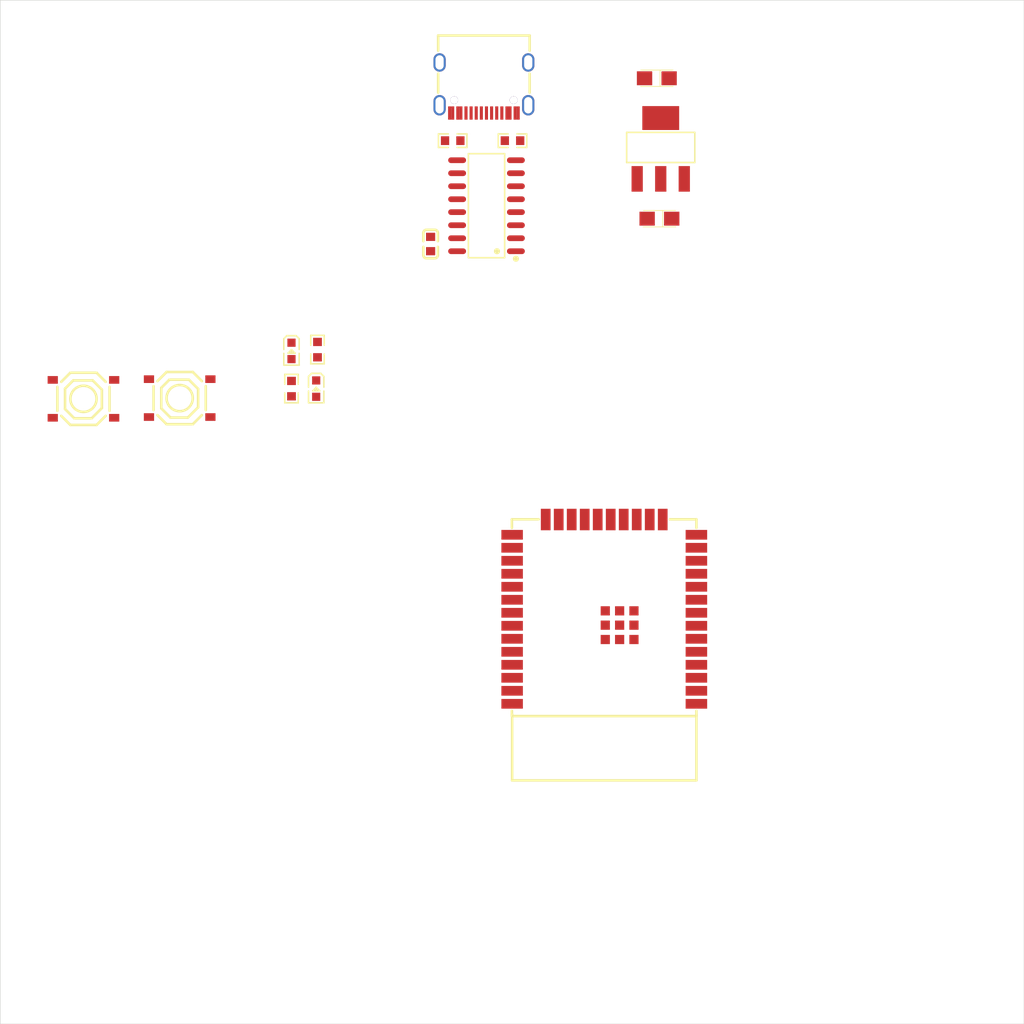
<source format=kicad_pcb>
(kicad_pcb (version 20240108) (generator "pcbnew") (generator_version "8.0")
  (layers (0 "F.Cu" signal) (31 "B.Cu" signal) (34 "B.Paste" user) (35 "F.Paste" user) (36 "B.SilkS" user "B.Silkscreen") (37 "F.SilkS" user "F.Silkscreen") (38 "B.Mask" user) (39 "F.Mask" user) (44 "Edge.Cuts" user))
  (net 0 "")
  (net 1 "/3V3")
  (net 2 "GND")
  (net 3 "/5V")
  (net 4 "Net-(LED1-K)")
  (net 5 "/ESP_LED")
  (net 6 "Net-(LED2-K)")
  (net 7 "Net-(USBC1-CC2)")
  (net 8 "Net-(USBC1-CC1)")
  (net 9 "/ESP_TXD")
  (net 10 "/USB_P")
  (net 11 "/ESP_RXD")
  (net 20 "/USB_N")
  (net 46 "/ESP_EN")
  (net 48 "/ESP_PROG")
  (footprint "easyeda2kicad:SOT-223-3_L6.5-W3.4-P2.30-LS7.0-BR" (layer "F.Cu") (at 146.304 63.119 -90)
    (property "Reference" "U2" (hide yes))
    (property "Value" "AMS1117-3.3" (hide yes))
    (fp_line (start -1.57 3.33) (end -1.57 -3.33) (stroke (width 0.15)) (layer "F.SilkS"))
    (fp_line (start 1.37 3.33) (end -1.57 3.33) (stroke (width 0.15)) (layer "F.SilkS"))
    (fp_line (start -1.57 -3.33) (end 1.37 -3.33) (stroke (width 0.15)) (layer "F.SilkS"))
    (fp_line (start 1.37 -3.33) (end 1.37 3.33) (stroke (width 0.15)) (layer "F.SilkS"))
    (pad "1" smd rect (at 2.97 2.3 270) (size 2.5 1.1) (layers "F.Cu" "F.Paste" "F.Mask") (net 2 "GND"))
    (pad "2" smd rect (at 2.97 0 270) (size 2.5 1.1) (layers "F.Cu" "F.Paste" "F.Mask") (net 1 "/3V3"))
    (pad "3" smd rect (at 2.97 -2.3 270) (size 2.5 1.1) (layers "F.Cu" "F.Paste" "F.Mask") (net 3 "/5V"))
    (pad "4" smd rect (at -2.97 0 270) (size 2.34 3.6) (layers "F.Cu" "F.Paste" "F.Mask") (net 1 "/3V3"))
  )
  (footprint "easyeda2kicad:USB-C_SMD-TYPE-C-31-M-12" (layer "F.Cu") (at 129.032 57.1865 180)
    (property "Reference" "USBC1" (hide yes))
    (property "Value" "TYPE-C-31-M-12" (hide yes))
    (fp_line (start 4.47 5.1) (end 4.47 3.62) (stroke (width 0.25)) (layer "F.SilkS"))
    (fp_line (start 4.47 5.1) (end -4.47 5.1) (stroke (width 0.25)) (layer "F.SilkS"))
    (fp_line (start 4.47 1.38) (end 4.47 -0.48) (stroke (width 0.25)) (layer "F.SilkS"))
    (fp_line (start -4.47 5.1) (end -4.47 3.62) (stroke (width 0.25)) (layer "F.SilkS"))
    (fp_line (start -4.47 1.38) (end -4.47 -0.48) (stroke (width 0.25)) (layer "F.SilkS"))
    (pad "" thru_hole circle (at -2.9 -1.21 180) (size 0.75 0.75) (drill 0.75) (layers "*.Cu" "*.Mask"))
    (pad "" thru_hole circle (at 2.9 -1.21 180) (size 0.75 0.75) (drill 0.75) (layers "*.Cu" "*.Mask"))
    (pad "0" thru_hole oval (at -4.33 -1.71 180) (size 1.2 2) (drill oval 0.799998 1.600022) (layers "*.Cu" "*.Mask") (net 2 "GND"))
    (pad "1" thru_hole oval (at 4.33 -1.71 180) (size 1.2 2) (drill oval 0.799998 1.599971) (layers "*.Cu" "*.Mask"))
    (pad "2" thru_hole oval (at 4.33 2.47 180) (size 1.2 1.8) (drill oval 0.799998 1.399997) (layers "*.Cu" "*.Mask"))
    (pad "3" thru_hole oval (at -4.33 2.47 180) (size 1.2 1.8) (drill oval 0.799998 1.399997) (layers "*.Cu" "*.Mask"))
    (pad "A1" smd rect (at -3.35 -2.47 180) (size 0.3 1.3) (layers "F.Cu" "F.Paste" "F.Mask") (net 2 "GND"))
    (pad "A4" smd rect (at -2.55 -2.47 180) (size 0.3 1.3) (layers "F.Cu" "F.Paste" "F.Mask") (net 3 "/5V"))
    (pad "A5" smd rect (at -1.25 -2.47 180) (size 0.3 1.3) (layers "F.Cu" "F.Paste" "F.Mask") (net 8 "Net-(USBC1-CC1)"))
    (pad "A6" smd rect (at -0.25 -2.47 180) (size 0.3 1.3) (layers "F.Cu" "F.Paste" "F.Mask") (net 10 "/USB_P"))
    (pad "A7" smd rect (at 0.25 -2.47 180) (size 0.3 1.3) (layers "F.Cu" "F.Paste" "F.Mask") (net 20 "/USB_N"))
    (pad "A8" smd rect (at 1.25 -2.47 180) (size 0.3 1.3) (layers "F.Cu" "F.Paste" "F.Mask"))
    (pad "A9" smd rect (at 2.55 -2.47 180) (size 0.3 1.3) (layers "F.Cu" "F.Paste" "F.Mask") (net 3 "/5V"))
    (pad "A12" smd rect (at 3.35 -2.47 180) (size 0.3 1.3) (layers "F.Cu" "F.Paste" "F.Mask") (net 2 "GND"))
    (pad "B1" smd rect (at 3.05 -2.47 180) (size 0.3 1.3) (layers "F.Cu" "F.Paste" "F.Mask") (net 2 "GND"))
    (pad "B4" smd rect (at 2.25 -2.47 180) (size 0.3 1.3) (layers "F.Cu" "F.Paste" "F.Mask") (net 3 "/5V"))
    (pad "B5" smd rect (at 1.75 -2.47 180) (size 0.3 1.3) (layers "F.Cu" "F.Paste" "F.Mask") (net 7 "Net-(USBC1-CC2)"))
    (pad "B6" smd rect (at 0.75 -2.47 180) (size 0.3 1.3) (layers "F.Cu" "F.Paste" "F.Mask") (net 10 "/USB_P"))
    (pad "B7" smd rect (at -0.75 -2.47 180) (size 0.3 1.3) (layers "F.Cu" "F.Paste" "F.Mask") (net 20 "/USB_N"))
    (pad "B8" smd rect (at -1.75 -2.47 180) (size 0.3 1.3) (layers "F.Cu" "F.Paste" "F.Mask"))
    (pad "B9" smd rect (at -2.25 -2.47 180) (size 0.3 1.3) (layers "F.Cu" "F.Paste" "F.Mask") (net 3 "/5V"))
    (pad "B12" smd rect (at -3.05 -2.47 180) (size 0.3 1.3) (layers "F.Cu" "F.Paste" "F.Mask") (net 2 "GND"))
  )
  (footprint "easyeda2kicad:C0603" (layer "F.Cu") (at 123.825 72.452 -90)
    (property "Reference" "C1" (hide yes))
    (property "Value" "0.1u" (hide yes))
    (fp_line (start -0.28 0.71) (end -1.08 0.71) (stroke (width 0.25)) (layer "F.SilkS"))
    (fp_line (start 0.28 0.71) (end 1.08 0.71) (stroke (width 0.25)) (layer "F.SilkS"))
    (fp_line (start -1.39 0.4) (end -1.39 -0.4) (stroke (width 0.25)) (layer "F.SilkS"))
    (fp_line (start 1.39 -0.4) (end 1.39 0.4) (stroke (width 0.25)) (layer "F.SilkS"))
    (fp_line (start -0.28 -0.71) (end -1.08 -0.71) (stroke (width 0.25)) (layer "F.SilkS"))
    (fp_line (start 0.28 -0.71) (end 1.08 -0.71) (stroke (width 0.25)) (layer "F.SilkS"))
    (fp_arc (start -1.08 0.71) (mid -1.299203 0.619203) (end -1.39 0.4) (stroke (width 0.25)) (layer "F.SilkS"))
    (fp_arc (start 1.39 0.4) (mid 1.299203 0.619203) (end 1.08 0.71) (stroke (width 0.25)) (layer "F.SilkS"))
    (fp_arc (start -1.39 -0.4) (mid -1.299203 -0.619203) (end -1.08 -0.71) (stroke (width 0.25)) (layer "F.SilkS"))
    (fp_arc (start 1.08 -0.71) (mid 1.299203 -0.619203) (end 1.39 -0.4) (stroke (width 0.25)) (layer "F.SilkS"))
    (pad "1" smd rect (at -0.7 0 270) (size 0.8 0.9) (layers "F.Cu" "F.Paste" "F.Mask") (net 2 "GND"))
    (pad "2" smd rect (at 0.7 0 270) (size 0.8 0.9) (layers "F.Cu" "F.Paste" "F.Mask") (net 1 "/3V3"))
  )
  (footprint "easyeda2kicad:WIFI-SMD_ESP32-WROOM-32E" (layer "F.Cu") (at 140.788 108.3635 90)
    (property "Reference" "U3" (hide yes))
    (property "Value" "ESP32-WROOM-32E(8MB)" (hide yes))
    (fp_line (start 9.02 -9.02) (end 8.18 -9.02) (stroke (width 0.25)) (layer "F.SilkS"))
    (fp_line (start -9.69 -9.02) (end -10.2 -9.02) (stroke (width 0.25)) (layer "F.SilkS"))
    (fp_line (start -10.2 -9) (end -10.2 9) (stroke (width 0.25)) (layer "F.SilkS"))
    (fp_line (start -16.48 -9) (end -10.02 -9) (stroke (width 0.25)) (layer "F.SilkS"))
    (fp_line (start -16.48 -9) (end -16.48 9) (stroke (width 0.25)) (layer "F.SilkS"))
    (fp_line (start 9.02 -6.4) (end 9.02 -9.02) (stroke (width 0.25)) (layer "F.SilkS"))
    (fp_line (start 9.02 9) (end 9.02 6.4) (stroke (width 0.25)) (layer "F.SilkS"))
    (fp_line (start 8.18 9) (end 9.02 9) (stroke (width 0.25)) (layer "F.SilkS"))
    (fp_line (start -10.2 9) (end -9.69 9) (stroke (width 0.25)) (layer "F.SilkS"))
    (fp_line (start -16.48 9) (end -10.03 9) (stroke (width 0.25)) (layer "F.SilkS"))
    (pad "1" smd rect (at -9 9 90) (size 0.95 2.1) (layers "F.Cu" "F.Paste" "F.Mask") (net 2 "GND"))
    (pad "2" smd rect (at -7.73 9 90) (size 0.95 2.1) (layers "F.Cu" "F.Paste" "F.Mask") (net 1 "/3V3"))
    (pad "3" smd rect (at -6.46 9 90) (size 0.95 2.1) (layers "F.Cu" "F.Paste" "F.Mask") (net 46 "/ESP_EN"))
    (pad "4" smd rect (at -5.19 9 90) (size 0.95 2.1) (layers "F.Cu" "F.Paste" "F.Mask"))
    (pad "5" smd rect (at -3.92 9 90) (size 0.95 2.1) (layers "F.Cu" "F.Paste" "F.Mask"))
    (pad "6" smd rect (at -2.65 9 90) (size 0.95 2.1) (layers "F.Cu" "F.Paste" "F.Mask"))
    (pad "7" smd rect (at -1.38 9 90) (size 0.95 2.1) (layers "F.Cu" "F.Paste" "F.Mask"))
    (pad "8" smd rect (at -0.11 9 90) (size 0.95 2.1) (layers "F.Cu" "F.Paste" "F.Mask"))
    (pad "9" smd rect (at 1.16 9 90) (size 0.95 2.1) (layers "F.Cu" "F.Paste" "F.Mask"))
    (pad "10" smd rect (at 2.43 9 90) (size 0.95 2.1) (layers "F.Cu" "F.Paste" "F.Mask"))
    (pad "11" smd rect (at 3.7 9 90) (size 0.95 2.1) (layers "F.Cu" "F.Paste" "F.Mask"))
    (pad "12" smd rect (at 4.97 9 90) (size 0.95 2.1) (layers "F.Cu" "F.Paste" "F.Mask"))
    (pad "13" smd rect (at 6.24 9 90) (size 0.95 2.1) (layers "F.Cu" "F.Paste" "F.Mask"))
    (pad "14" smd rect (at 7.51 9 90) (size 0.95 2.1) (layers "F.Cu" "F.Paste" "F.Mask"))
    (pad "15" smd rect (at 9 5.71 90) (size 2.1 0.95) (layers "F.Cu" "F.Paste" "F.Mask") (net 2 "GND"))
    (pad "16" smd rect (at 9 4.44 90) (size 2.1 0.95) (layers "F.Cu" "F.Paste" "F.Mask"))
    (pad "17" smd rect (at 9 3.17 90) (size 2.1 0.95) (layers "F.Cu" "F.Paste" "F.Mask"))
    (pad "18" smd rect (at 9 1.9 90) (size 2.1 0.95) (layers "F.Cu" "F.Paste" "F.Mask"))
    (pad "19" smd rect (at 9 0.63 90) (size 2.1 0.95) (layers "F.Cu" "F.Paste" "F.Mask"))
    (pad "20" smd rect (at 9 -0.64 90) (size 2.1 0.95) (layers "F.Cu" "F.Paste" "F.Mask"))
    (pad "21" smd rect (at 9 -1.91 90) (size 2.1 0.95) (layers "F.Cu" "F.Paste" "F.Mask"))
    (pad "22" smd rect (at 9 -3.18 90) (size 2.1 0.95) (layers "F.Cu" "F.Paste" "F.Mask"))
    (pad "23" smd rect (at 9 -4.45 90) (size 2.1 0.95) (layers "F.Cu" "F.Paste" "F.Mask"))
    (pad "24" smd rect (at 9 -5.72 90) (size 2.1 0.95) (layers "F.Cu" "F.Paste" "F.Mask") (net 5 "/ESP_LED"))
    (pad "25" smd rect (at 7.51 -9 90) (size 0.95 2.1) (layers "F.Cu" "F.Paste" "F.Mask") (net 48 "/ESP_PROG"))
    (pad "26" smd rect (at 6.24 -9 90) (size 0.95 2.1) (layers "F.Cu" "F.Paste" "F.Mask"))
    (pad "27" smd rect (at 4.97 -9 90) (size 0.95 2.1) (layers "F.Cu" "F.Paste" "F.Mask"))
    (pad "28" smd rect (at 3.7 -9 90) (size 0.95 2.1) (layers "F.Cu" "F.Paste" "F.Mask"))
    (pad "29" smd rect (at 2.43 -9 90) (size 0.95 2.1) (layers "F.Cu" "F.Paste" "F.Mask"))
    (pad "30" smd rect (at 1.16 -9 90) (size 0.95 2.1) (layers "F.Cu" "F.Paste" "F.Mask"))
    (pad "31" smd rect (at -0.11 -9 90) (size 0.95 2.1) (layers "F.Cu" "F.Paste" "F.Mask"))
    (pad "32" smd rect (at -1.38 -9 90) (size 0.95 2.1) (layers "F.Cu" "F.Paste" "F.Mask"))
    (pad "33" smd rect (at -2.65 -9 90) (size 0.95 2.1) (layers "F.Cu" "F.Paste" "F.Mask"))
    (pad "34" smd rect (at -3.92 -9 90) (size 0.95 2.1) (layers "F.Cu" "F.Paste" "F.Mask") (net 11 "/ESP_RXD"))
    (pad "35" smd rect (at -5.19 -9 90) (size 0.95 2.1) (layers "F.Cu" "F.Paste" "F.Mask") (net 9 "/ESP_TXD"))
    (pad "36" smd rect (at -6.46 -9 90) (size 0.95 2.1) (layers "F.Cu" "F.Paste" "F.Mask"))
    (pad "37" smd rect (at -7.73 -9 90) (size 0.95 2.1) (layers "F.Cu" "F.Paste" "F.Mask"))
    (pad "38" smd rect (at -9 -9 90) (size 0.95 2.1) (layers "F.Cu" "F.Paste" "F.Mask") (net 2 "GND"))
    (pad "39" smd rect (at -2.72 0.1 270) (size 0.9 0.9) (layers "F.Cu" "F.Paste" "F.Mask") (net 2 "GND"))
    (pad "39" smd rect (at -2.72 1.5 270) (size 0.9 0.9) (layers "F.Cu" "F.Paste" "F.Mask") (net 2 "GND"))
    (pad "39" smd rect (at -2.72 2.9 270) (size 0.9 0.9) (layers "F.Cu" "F.Paste" "F.Mask") (net 2 "GND"))
    (pad "39" smd rect (at -1.32 0.1 270) (size 0.9 0.9) (layers "F.Cu" "F.Paste" "F.Mask") (net 2 "GND"))
    (pad "39" smd rect (at -1.32 1.5 270) (size 0.9 0.9) (layers "F.Cu" "F.Paste" "F.Mask") (net 2 "GND"))
    (pad "39" smd rect (at -1.32 2.9 270) (size 0.9 0.9) (layers "F.Cu" "F.Paste" "F.Mask") (net 2 "GND"))
    (pad "39" smd rect (at 0.08 0.1 270) (size 0.9 0.9) (layers "F.Cu" "F.Paste" "F.Mask") (net 2 "GND"))
    (pad "39" smd rect (at 0.08 1.5 270) (size 0.9 0.9) (layers "F.Cu" "F.Paste" "F.Mask") (net 2 "GND"))
    (pad "39" smd rect (at 0.08 2.9 270) (size 0.9 0.9) (layers "F.Cu" "F.Paste" "F.Mask") (net 2 "GND"))
  )
  (footprint "easyeda2kicad:CASE-A_3216" (layer "F.Cu") (at 145.923 56.261 180)
    (property "Reference" "C3" (hide yes))
    (property "Value" "22u (Tantalum)" (hide yes))
    (fp_line (start -0.32 0.8) (end -0.32 -0.8) (stroke (width 0.08)) (layer "F.SilkS"))
    (fp_line (start -1.58 0.8) (end 1.57 0.8) (stroke (width 0.08)) (layer "F.SilkS"))
    (fp_line (start -1.6 -0.8) (end 1.6 -0.8) (stroke (width 0.08)) (layer "F.SilkS"))
    (pad "1" smd rect (at -1.2 0 180) (size 1.5 1.36) (layers "F.Cu" "F.Paste" "F.Mask") (net 1 "/3V3"))
    (pad "2" smd rect (at 1.2 0 180) (size 1.5 1.36) (layers "F.Cu" "F.Paste" "F.Mask") (net 2 "GND"))
  )
  (footprint "easyeda2kicad:R0603" (layer "F.Cu") (at 110.236 86.576 90)
    (property "Reference" "R3" (hide yes))
    (property "Value" "100" (hide yes))
    (fp_line (start 1.39 -0.66) (end 0.43 -0.66) (stroke (width 0.15)) (layer "F.SilkS"))
    (fp_line (start -1.39 -0.66) (end -0.43 -0.66) (stroke (width 0.15)) (layer "F.SilkS"))
    (fp_line (start 1.39 0.66) (end 1.39 -0.66) (stroke (width 0.15)) (layer "F.SilkS"))
    (fp_line (start 0.43 0.66) (end 1.39 0.66) (stroke (width 0.15)) (layer "F.SilkS"))
    (fp_line (start -0.43 0.66) (end -1.39 0.66) (stroke (width 0.15)) (layer "F.SilkS"))
    (fp_line (start -1.39 0.66) (end -1.39 -0.66) (stroke (width 0.15)) (layer "F.SilkS"))
    (pad "1" smd rect (at -0.75 0 90) (size 0.81 0.86) (layers "F.Cu" "F.Paste" "F.Mask") (net 2 "GND"))
    (pad "2" smd rect (at 0.75 0 90) (size 0.81 0.86) (layers "F.Cu" "F.Paste" "F.Mask") (net 4 "Net-(LED1-K)"))
  )
  (footprint "easyeda2kicad:SOP-16_L10.0-W3.9-P1.27-LS6.0-BL" (layer "F.Cu") (at 129.286 68.707 90)
    (property "Reference" "U1" (hide yes))
    (property "Value" "CH340C_C7464026" (hide yes))
    (fp_line (start 5.08 -1.77) (end 5.08 1.77) (stroke (width 0.15)) (layer "F.SilkS"))
    (fp_line (start -5.08 -1.77) (end 5.08 -1.77) (stroke (width 0.15)) (layer "F.SilkS"))
    (fp_line (start 5.08 1.77) (end -5.08 1.77) (stroke (width 0.15)) (layer "F.SilkS"))
    (fp_line (start -5.08 1.77) (end -5.08 -1.77) (stroke (width 0.15)) (layer "F.SilkS"))
    (fp_circle (center -4.45 1.02) (end -4.3 1.02) (stroke (width 0.3)) (fill none) (layer "F.SilkS"))
    (fp_circle (center -5.18 2.87) (end -5.03 2.87) (stroke (width 0.3)) (fill none) (layer "F.SilkS"))
    (pad "1" smd oval (at -4.45 2.87 90) (size 0.56 1.75) (layers "F.Cu" "F.Paste" "F.Mask") (net 2 "GND"))
    (pad "2" smd oval (at -3.18 2.87 90) (size 0.56 1.75) (layers "F.Cu" "F.Paste" "F.Mask") (net 11 "/ESP_RXD"))
    (pad "3" smd oval (at -1.91 2.87 90) (size 0.56 1.75) (layers "F.Cu" "F.Paste" "F.Mask") (net 9 "/ESP_TXD"))
    (pad "4" smd oval (at -0.63 2.87 90) (size 0.56 1.75) (layers "F.Cu" "F.Paste" "F.Mask") (net 1 "/3V3"))
    (pad "5" smd oval (at 0.63 2.87 90) (size 0.56 1.75) (layers "F.Cu" "F.Paste" "F.Mask") (net 10 "/USB_P"))
    (pad "6" smd oval (at 1.9 2.87 90) (size 0.56 1.75) (layers "F.Cu" "F.Paste" "F.Mask") (net 20 "/USB_N"))
    (pad "7" smd oval (at 3.17 2.87 90) (size 0.56 1.75) (layers "F.Cu" "F.Paste" "F.Mask"))
    (pad "8" smd oval (at 4.44 2.87 90) (size 0.56 1.75) (layers "F.Cu" "F.Paste" "F.Mask"))
    (pad "9" smd oval (at 4.44 -2.87 90) (size 0.56 1.75) (layers "F.Cu" "F.Paste" "F.Mask"))
    (pad "10" smd oval (at 3.17 -2.87 90) (size 0.56 1.75) (layers "F.Cu" "F.Paste" "F.Mask"))
    (pad "11" smd oval (at 1.9 -2.87 90) (size 0.56 1.75) (layers "F.Cu" "F.Paste" "F.Mask"))
    (pad "12" smd oval (at 0.63 -2.87 90) (size 0.56 1.75) (layers "F.Cu" "F.Paste" "F.Mask"))
    (pad "13" smd oval (at -0.63 -2.87 90) (size 0.56 1.75) (layers "F.Cu" "F.Paste" "F.Mask"))
    (pad "14" smd oval (at -1.91 -2.87 90) (size 0.56 1.75) (layers "F.Cu" "F.Paste" "F.Mask"))
    (pad "15" smd oval (at -3.18 -2.87 90) (size 0.56 1.75) (layers "F.Cu" "F.Paste" "F.Mask"))
    (pad "16" smd oval (at -4.45 -2.87 90) (size 0.56 1.75) (layers "F.Cu" "F.Paste" "F.Mask") (net 1 "/3V3"))
  )
  (footprint "easyeda2kicad:R0603" (layer "F.Cu") (at 125.984 62.357)
    (property "Reference" "R1" (hide yes))
    (property "Value" "5k1" (hide yes))
    (fp_line (start -1.39 -0.66) (end -0.43 -0.66) (stroke (width 0.15)) (layer "F.SilkS"))
    (fp_line (start -1.39 0.66) (end -1.39 -0.66) (stroke (width 0.15)) (layer "F.SilkS"))
    (fp_line (start -0.43 0.66) (end -1.39 0.66) (stroke (width 0.15)) (layer "F.SilkS"))
    (fp_line (start 0.43 0.66) (end 1.39 0.66) (stroke (width 0.15)) (layer "F.SilkS"))
    (fp_line (start 1.39 -0.66) (end 0.43 -0.66) (stroke (width 0.15)) (layer "F.SilkS"))
    (fp_line (start 1.39 0.66) (end 1.39 -0.66) (stroke (width 0.15)) (layer "F.SilkS"))
    (pad "1" smd rect (at -0.75 0) (size 0.81 0.86) (layers "F.Cu" "F.Paste" "F.Mask") (net 2 "GND"))
    (pad "2" smd rect (at 0.75 0) (size 0.81 0.86) (layers "F.Cu" "F.Paste" "F.Mask") (net 7 "Net-(USBC1-CC2)"))
  )
  (footprint "easyeda2kicad:SW-SMD_4P-L5.1-W5.1-P3.70-LS6.5-TL_H1.5" (layer "F.Cu") (at 99.314 87.503)
    (property "Reference" "SW2" (hide yes))
    (property "Value" "TS-1187A-B-A-B" (hide yes))
    (fp_line (start -2.55 -1.17) (end -2.55 1.17) (stroke (width 0.25)) (layer "F.SilkS"))
    (fp_line (start -2.17 1.66) (end -1.28 2.55) (stroke (width 0.25)) (layer "F.SilkS"))
    (fp_line (start -1.8 -1) (end -1 -1.8) (stroke (width 0.25)) (layer "F.SilkS"))
    (fp_line (start -1.8 1) (end -1.8 -1) (stroke (width 0.25)) (layer "F.SilkS"))
    (fp_line (start -1.28 -2.55) (end -2.17 -1.66) (stroke (width 0.25)) (layer "F.SilkS"))
    (fp_line (start -1.28 -2.55) (end 1.28 -2.55) (stroke (width 0.25)) (layer "F.SilkS"))
    (fp_line (start -1.28 2.55) (end 1.28 2.55) (stroke (width 0.25)) (layer "F.SilkS"))
    (fp_line (start -1 -1.8) (end 0.9 -1.8) (stroke (width 0.25)) (layer "F.SilkS"))
    (fp_line (start -0.9 1.9) (end -1.8 1) (stroke (width 0.25)) (layer "F.SilkS"))
    (fp_line (start 0.8 1.9) (end -0.9 1.9) (stroke (width 0.25)) (layer "F.SilkS"))
    (fp_line (start 0.9 -1.8) (end 1.8 -0.9) (stroke (width 0.25)) (layer "F.SilkS"))
    (fp_line (start 1.28 -2.55) (end 2.17 -1.66) (stroke (width 0.25)) (layer "F.SilkS"))
    (fp_line (start 1.8 -0.9) (end 1.8 0.9) (stroke (width 0.25)) (layer "F.SilkS"))
    (fp_line (start 1.8 0.9) (end 0.8 1.9) (stroke (width 0.25)) (layer "F.SilkS"))
    (fp_line (start 2.17 1.66) (end 1.28 2.55) (stroke (width 0.25)) (layer "F.SilkS"))
    (fp_line (start 2.55 -1.17) (end 2.55 1.17) (stroke (width 0.25)) (layer "F.SilkS"))
    (fp_circle (center 0 0) (end 1.28 0) (stroke (width 0.25)) (fill none) (layer "F.SilkS"))
    (pad "1" smd rect (at -3 -1.85) (size 1 0.75) (layers "F.Cu" "F.Paste" "F.Mask") (net 46 "/ESP_EN"))
    (pad "2" smd rect (at 3 -1.85) (size 1 0.75) (layers "F.Cu" "F.Paste" "F.Mask") (net 46 "/ESP_EN"))
    (pad "3" smd rect (at -3 1.85) (size 1 0.75) (layers "F.Cu" "F.Paste" "F.Mask") (net 2 "GND"))
    (pad "4" smd rect (at 3 1.85) (size 1 0.75) (layers "F.Cu" "F.Paste" "F.Mask") (net 2 "GND"))
  )
  (footprint "easyeda2kicad:R0603" (layer "F.Cu") (at 131.826 62.357 180)
    (property "Reference" "R2" (hide yes))
    (property "Value" "5k1" (hide yes))
    (fp_line (start 1.39 0.66) (end 1.39 -0.66) (stroke (width 0.15)) (layer "F.SilkS"))
    (fp_line (start 1.39 -0.66) (end 0.43 -0.66) (stroke (width 0.15)) (layer "F.SilkS"))
    (fp_line (start 0.43 0.66) (end 1.39 0.66) (stroke (width 0.15)) (layer "F.SilkS"))
    (fp_line (start -0.43 0.66) (end -1.39 0.66) (stroke (width 0.15)) (layer "F.SilkS"))
    (fp_line (start -1.39 0.66) (end -1.39 -0.66) (stroke (width 0.15)) (layer "F.SilkS"))
    (fp_line (start -1.39 -0.66) (end -0.43 -0.66) (stroke (width 0.15)) (layer "F.SilkS"))
    (pad "1" smd rect (at -0.75 0 180) (size 0.81 0.86) (layers "F.Cu" "F.Paste" "F.Mask") (net 2 "GND"))
    (pad "2" smd rect (at 0.75 0 180) (size 0.81 0.86) (layers "F.Cu" "F.Paste" "F.Mask") (net 8 "Net-(USBC1-CC1)"))
  )
  (footprint "easyeda2kicad:CASE-A_3216" (layer "F.Cu") (at 146.177 69.977 180)
    (property "Reference" "C2" (hide yes))
    (property "Value" "22u (Tantalum)" (hide yes))
    (fp_line (start -0.32 0.8) (end -0.32 -0.8) (stroke (width 0.08)) (layer "F.SilkS"))
    (fp_line (start -1.58 0.8) (end 1.57 0.8) (stroke (width 0.08)) (layer "F.SilkS"))
    (fp_line (start -1.6 -0.8) (end 1.6 -0.8) (stroke (width 0.08)) (layer "F.SilkS"))
    (pad "1" smd rect (at -1.2 0 180) (size 1.5 1.36) (layers "F.Cu" "F.Paste" "F.Mask") (net 3 "/5V"))
    (pad "2" smd rect (at 1.2 0 180) (size 1.5 1.36) (layers "F.Cu" "F.Paste" "F.Mask") (net 2 "GND"))
  )
  (footprint "easyeda2kicad:LED0603-RD" (layer "F.Cu") (at 110.236 82.893 -90)
    (property "Reference" "LED2" (hide yes))
    (property "Value" "KT-0603R" (hide yes))
    (fp_line (start -0.14 0.75) (end -1.19 0.75) (stroke (width 0.15)) (layer "F.SilkS"))
    (fp_line (start 0.24 0.75) (end 1.39 0.75) (stroke (width 0.15)) (layer "F.SilkS"))
    (fp_line (start -1.49 0.45) (end -1.19 0.75) (stroke (width 0.15)) (layer "F.SilkS"))
    (fp_line (start -1.49 0.35) (end -1.49 0.45) (stroke (width 0.15)) (layer "F.SilkS"))
    (fp_line (start 0.21 0.33) (end -0.12 0) (stroke (width 0.15)) (layer "F.SilkS"))
    (fp_line (start 0.22 0.33) (end 0.21 0.33) (stroke (width 0.15)) (layer "F.SilkS"))
    (fp_line (start 0.22 0) (end -0.12 0) (stroke (width 0.15)) (layer "F.SilkS"))
    (fp_line (start 0.22 -0.34) (end -0.12 0) (stroke (width 0.15)) (layer "F.SilkS"))
    (fp_line (start -1.49 -0.35) (end -1.49 0.35) (stroke (width 0.15)) (layer "F.SilkS"))
    (fp_line (start -1.49 -0.35) (end -1.49 -0.45) (stroke (width 0.15)) (layer "F.SilkS"))
    (fp_line (start 0.22 -0.35) (end 0.22 0.33) (stroke (width 0.15)) (layer "F.SilkS"))
    (fp_line (start 0.22 -0.35) (end 0.22 -0.34) (stroke (width 0.15)) (layer "F.SilkS"))
    (fp_line (start -1.49 -0.45) (end -1.19 -0.75) (stroke (width 0.15)) (layer "F.SilkS"))
    (fp_line (start -0.14 -0.75) (end -1.19 -0.75) (stroke (width 0.15)) (layer "F.SilkS"))
    (fp_line (start 0.24 -0.75) (end 1.39 -0.75) (stroke (width 0.15)) (layer "F.SilkS"))
    (fp_line (start 1.39 -0.75) (end 1.39 0.73) (stroke (width 0.15)) (layer "F.SilkS"))
    (pad "1" smd rect (at -0.8 0) (size 0.8 0.8) (layers "F.Cu" "F.Paste" "F.Mask") (net 6 "Net-(LED2-K)"))
    (pad "2" smd rect (at 0.8 0) (size 0.8 0.8) (layers "F.Cu" "F.Paste" "F.Mask") (net 1 "/3V3"))
  )
  (footprint "easyeda2kicad:R0603" (layer "F.Cu") (at 112.776 82.766 90)
    (property "Reference" "R7" (hide yes))
    (property "Value" "100" (hide yes))
    (fp_line (start 1.39 -0.66) (end 0.43 -0.66) (stroke (width 0.15)) (layer "F.SilkS"))
    (fp_line (start -1.39 -0.66) (end -0.43 -0.66) (stroke (width 0.15)) (layer "F.SilkS"))
    (fp_line (start 1.39 0.66) (end 1.39 -0.66) (stroke (width 0.15)) (layer "F.SilkS"))
    (fp_line (start 0.43 0.66) (end 1.39 0.66) (stroke (width 0.15)) (layer "F.SilkS"))
    (fp_line (start -0.43 0.66) (end -1.39 0.66) (stroke (width 0.15)) (layer "F.SilkS"))
    (fp_line (start -1.39 0.66) (end -1.39 -0.66) (stroke (width 0.15)) (layer "F.SilkS"))
    (pad "1" smd rect (at -0.75 0 90) (size 0.81 0.86) (layers "F.Cu" "F.Paste" "F.Mask") (net 2 "GND"))
    (pad "2" smd rect (at 0.75 0 90) (size 0.81 0.86) (layers "F.Cu" "F.Paste" "F.Mask") (net 6 "Net-(LED2-K)"))
  )
  (footprint "easyeda2kicad:SW-SMD_4P-L5.1-W5.1-P3.70-LS6.5-TL_H1.5" (layer "F.Cu") (at 89.916 87.575)
    (property "Reference" "SW1" (hide yes))
    (property "Value" "TS-1187A-B-A-B" (hide yes))
    (fp_line (start -2.55 -1.17) (end -2.55 1.17) (stroke (width 0.25)) (layer "F.SilkS"))
    (fp_line (start -2.17 1.66) (end -1.28 2.55) (stroke (width 0.25)) (layer "F.SilkS"))
    (fp_line (start -1.8 -1) (end -1 -1.8) (stroke (width 0.25)) (layer "F.SilkS"))
    (fp_line (start -1.8 1) (end -1.8 -1) (stroke (width 0.25)) (layer "F.SilkS"))
    (fp_line (start -1.28 -2.55) (end -2.17 -1.66) (stroke (width 0.25)) (layer "F.SilkS"))
    (fp_line (start -1.28 -2.55) (end 1.28 -2.55) (stroke (width 0.25)) (layer "F.SilkS"))
    (fp_line (start -1.28 2.55) (end 1.28 2.55) (stroke (width 0.25)) (layer "F.SilkS"))
    (fp_line (start -1 -1.8) (end 0.9 -1.8) (stroke (width 0.25)) (layer "F.SilkS"))
    (fp_line (start -0.9 1.9) (end -1.8 1) (stroke (width 0.25)) (layer "F.SilkS"))
    (fp_line (start 0.8 1.9) (end -0.9 1.9) (stroke (width 0.25)) (layer "F.SilkS"))
    (fp_line (start 0.9 -1.8) (end 1.8 -0.9) (stroke (width 0.25)) (layer "F.SilkS"))
    (fp_line (start 1.28 -2.55) (end 2.17 -1.66) (stroke (width 0.25)) (layer "F.SilkS"))
    (fp_line (start 1.8 -0.9) (end 1.8 0.9) (stroke (width 0.25)) (layer "F.SilkS"))
    (fp_line (start 1.8 0.9) (end 0.8 1.9) (stroke (width 0.25)) (layer "F.SilkS"))
    (fp_line (start 2.17 1.66) (end 1.28 2.55) (stroke (width 0.25)) (layer "F.SilkS"))
    (fp_line (start 2.55 -1.17) (end 2.55 1.17) (stroke (width 0.25)) (layer "F.SilkS"))
    (fp_circle (center 0 0) (end 1.28 0) (stroke (width 0.25)) (fill none) (layer "F.SilkS"))
    (pad "1" smd rect (at -3 -1.85) (size 1 0.75) (layers "F.Cu" "F.Paste" "F.Mask") (net 48 "/ESP_PROG"))
    (pad "2" smd rect (at 3 -1.85) (size 1 0.75) (layers "F.Cu" "F.Paste" "F.Mask") (net 48 "/ESP_PROG"))
    (pad "3" smd rect (at -3 1.85) (size 1 0.75) (layers "F.Cu" "F.Paste" "F.Mask") (net 2 "GND"))
    (pad "4" smd rect (at 3 1.85) (size 1 0.75) (layers "F.Cu" "F.Paste" "F.Mask") (net 2 "GND"))
  )
  (footprint "easyeda2kicad:LED0603-RD" (layer "F.Cu") (at 112.649 86.576 -90)
    (property "Reference" "LED1" (hide yes))
    (property "Value" "KT-0603R" (hide yes))
    (fp_line (start -0.14 0.75) (end -1.19 0.75) (stroke (width 0.15)) (layer "F.SilkS"))
    (fp_line (start 0.24 0.75) (end 1.39 0.75) (stroke (width 0.15)) (layer "F.SilkS"))
    (fp_line (start -1.49 0.45) (end -1.19 0.75) (stroke (width 0.15)) (layer "F.SilkS"))
    (fp_line (start -1.49 0.35) (end -1.49 0.45) (stroke (width 0.15)) (layer "F.SilkS"))
    (fp_line (start 0.21 0.33) (end -0.12 0) (stroke (width 0.15)) (layer "F.SilkS"))
    (fp_line (start 0.22 0.33) (end 0.21 0.33) (stroke (width 0.15)) (layer "F.SilkS"))
    (fp_line (start 0.22 0) (end -0.12 0) (stroke (width 0.15)) (layer "F.SilkS"))
    (fp_line (start 0.22 -0.34) (end -0.12 0) (stroke (width 0.15)) (layer "F.SilkS"))
    (fp_line (start -1.49 -0.35) (end -1.49 0.35) (stroke (width 0.15)) (layer "F.SilkS"))
    (fp_line (start -1.49 -0.35) (end -1.49 -0.45) (stroke (width 0.15)) (layer "F.SilkS"))
    (fp_line (start 0.22 -0.35) (end 0.22 0.33) (stroke (width 0.15)) (layer "F.SilkS"))
    (fp_line (start 0.22 -0.35) (end 0.22 -0.34) (stroke (width 0.15)) (layer "F.SilkS"))
    (fp_line (start -1.49 -0.45) (end -1.19 -0.75) (stroke (width 0.15)) (layer "F.SilkS"))
    (fp_line (start -0.14 -0.75) (end -1.19 -0.75) (stroke (width 0.15)) (layer "F.SilkS"))
    (fp_line (start 0.24 -0.75) (end 1.39 -0.75) (stroke (width 0.15)) (layer "F.SilkS"))
    (fp_line (start 1.39 -0.75) (end 1.39 0.73) (stroke (width 0.15)) (layer "F.SilkS"))
    (pad "1" smd rect (at -0.8 0) (size 0.8 0.8) (layers "F.Cu" "F.Paste" "F.Mask") (net 4 "Net-(LED1-K)"))
    (pad "2" smd rect (at 0.8 0) (size 0.8 0.8) (layers "F.Cu" "F.Paste" "F.Mask") (net 5 "/ESP_LED"))
  )
  (gr_rect (start 81.788 48.641) (end 181.788 148.641) (stroke (width 0.05)) (fill none) (layer "Edge.Cuts"))
)
</source>
